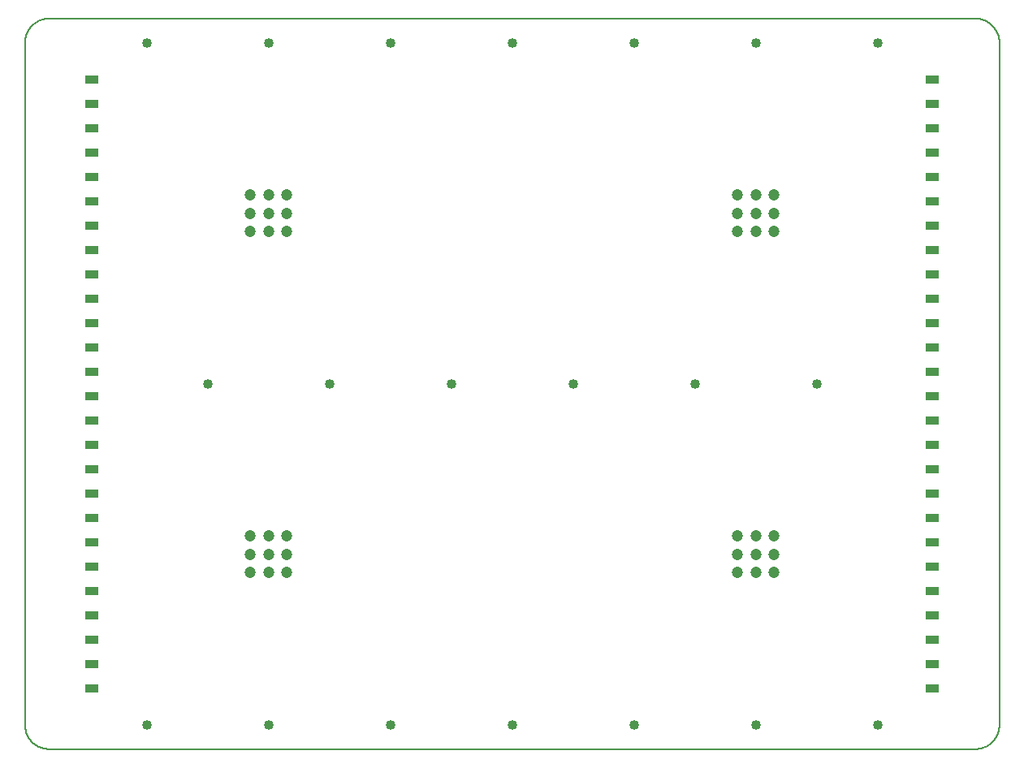
<source format=gts>
G75*
%MOIN*%
%OFA0B0*%
%FSLAX25Y25*%
%IPPOS*%
%LPD*%
%AMOC8*
5,1,8,0,0,1.08239X$1,22.5*
%
%ADD10C,0.00500*%
%ADD11R,0.05800X0.03300*%
%ADD12C,0.03981*%
%ADD13C,0.04737*%
D10*
X0015000Y0005000D02*
X0395000Y0005000D01*
X0395242Y0005003D01*
X0395483Y0005012D01*
X0395724Y0005026D01*
X0395965Y0005047D01*
X0396205Y0005073D01*
X0396445Y0005105D01*
X0396684Y0005143D01*
X0396921Y0005186D01*
X0397158Y0005236D01*
X0397393Y0005291D01*
X0397627Y0005351D01*
X0397859Y0005418D01*
X0398090Y0005489D01*
X0398319Y0005567D01*
X0398546Y0005650D01*
X0398771Y0005738D01*
X0398994Y0005832D01*
X0399214Y0005931D01*
X0399432Y0006036D01*
X0399647Y0006145D01*
X0399860Y0006260D01*
X0400070Y0006380D01*
X0400276Y0006505D01*
X0400480Y0006635D01*
X0400681Y0006770D01*
X0400878Y0006910D01*
X0401072Y0007054D01*
X0401262Y0007203D01*
X0401448Y0007357D01*
X0401631Y0007515D01*
X0401810Y0007677D01*
X0401985Y0007844D01*
X0402156Y0008015D01*
X0402323Y0008190D01*
X0402485Y0008369D01*
X0402643Y0008552D01*
X0402797Y0008738D01*
X0402946Y0008928D01*
X0403090Y0009122D01*
X0403230Y0009319D01*
X0403365Y0009520D01*
X0403495Y0009724D01*
X0403620Y0009930D01*
X0403740Y0010140D01*
X0403855Y0010353D01*
X0403964Y0010568D01*
X0404069Y0010786D01*
X0404168Y0011006D01*
X0404262Y0011229D01*
X0404350Y0011454D01*
X0404433Y0011681D01*
X0404511Y0011910D01*
X0404582Y0012141D01*
X0404649Y0012373D01*
X0404709Y0012607D01*
X0404764Y0012842D01*
X0404814Y0013079D01*
X0404857Y0013316D01*
X0404895Y0013555D01*
X0404927Y0013795D01*
X0404953Y0014035D01*
X0404974Y0014276D01*
X0404988Y0014517D01*
X0404997Y0014758D01*
X0405000Y0015000D01*
X0405000Y0295000D01*
X0404997Y0295242D01*
X0404988Y0295483D01*
X0404974Y0295724D01*
X0404953Y0295965D01*
X0404927Y0296205D01*
X0404895Y0296445D01*
X0404857Y0296684D01*
X0404814Y0296921D01*
X0404764Y0297158D01*
X0404709Y0297393D01*
X0404649Y0297627D01*
X0404582Y0297859D01*
X0404511Y0298090D01*
X0404433Y0298319D01*
X0404350Y0298546D01*
X0404262Y0298771D01*
X0404168Y0298994D01*
X0404069Y0299214D01*
X0403964Y0299432D01*
X0403855Y0299647D01*
X0403740Y0299860D01*
X0403620Y0300070D01*
X0403495Y0300276D01*
X0403365Y0300480D01*
X0403230Y0300681D01*
X0403090Y0300878D01*
X0402946Y0301072D01*
X0402797Y0301262D01*
X0402643Y0301448D01*
X0402485Y0301631D01*
X0402323Y0301810D01*
X0402156Y0301985D01*
X0401985Y0302156D01*
X0401810Y0302323D01*
X0401631Y0302485D01*
X0401448Y0302643D01*
X0401262Y0302797D01*
X0401072Y0302946D01*
X0400878Y0303090D01*
X0400681Y0303230D01*
X0400480Y0303365D01*
X0400276Y0303495D01*
X0400070Y0303620D01*
X0399860Y0303740D01*
X0399647Y0303855D01*
X0399432Y0303964D01*
X0399214Y0304069D01*
X0398994Y0304168D01*
X0398771Y0304262D01*
X0398546Y0304350D01*
X0398319Y0304433D01*
X0398090Y0304511D01*
X0397859Y0304582D01*
X0397627Y0304649D01*
X0397393Y0304709D01*
X0397158Y0304764D01*
X0396921Y0304814D01*
X0396684Y0304857D01*
X0396445Y0304895D01*
X0396205Y0304927D01*
X0395965Y0304953D01*
X0395724Y0304974D01*
X0395483Y0304988D01*
X0395242Y0304997D01*
X0395000Y0305000D01*
X0015000Y0305000D01*
X0014758Y0304997D01*
X0014517Y0304988D01*
X0014276Y0304974D01*
X0014035Y0304953D01*
X0013795Y0304927D01*
X0013555Y0304895D01*
X0013316Y0304857D01*
X0013079Y0304814D01*
X0012842Y0304764D01*
X0012607Y0304709D01*
X0012373Y0304649D01*
X0012141Y0304582D01*
X0011910Y0304511D01*
X0011681Y0304433D01*
X0011454Y0304350D01*
X0011229Y0304262D01*
X0011006Y0304168D01*
X0010786Y0304069D01*
X0010568Y0303964D01*
X0010353Y0303855D01*
X0010140Y0303740D01*
X0009930Y0303620D01*
X0009724Y0303495D01*
X0009520Y0303365D01*
X0009319Y0303230D01*
X0009122Y0303090D01*
X0008928Y0302946D01*
X0008738Y0302797D01*
X0008552Y0302643D01*
X0008369Y0302485D01*
X0008190Y0302323D01*
X0008015Y0302156D01*
X0007844Y0301985D01*
X0007677Y0301810D01*
X0007515Y0301631D01*
X0007357Y0301448D01*
X0007203Y0301262D01*
X0007054Y0301072D01*
X0006910Y0300878D01*
X0006770Y0300681D01*
X0006635Y0300480D01*
X0006505Y0300276D01*
X0006380Y0300070D01*
X0006260Y0299860D01*
X0006145Y0299647D01*
X0006036Y0299432D01*
X0005931Y0299214D01*
X0005832Y0298994D01*
X0005738Y0298771D01*
X0005650Y0298546D01*
X0005567Y0298319D01*
X0005489Y0298090D01*
X0005418Y0297859D01*
X0005351Y0297627D01*
X0005291Y0297393D01*
X0005236Y0297158D01*
X0005186Y0296921D01*
X0005143Y0296684D01*
X0005105Y0296445D01*
X0005073Y0296205D01*
X0005047Y0295965D01*
X0005026Y0295724D01*
X0005012Y0295483D01*
X0005003Y0295242D01*
X0005000Y0295000D01*
X0005000Y0015000D01*
X0005003Y0014758D01*
X0005012Y0014517D01*
X0005026Y0014276D01*
X0005047Y0014035D01*
X0005073Y0013795D01*
X0005105Y0013555D01*
X0005143Y0013316D01*
X0005186Y0013079D01*
X0005236Y0012842D01*
X0005291Y0012607D01*
X0005351Y0012373D01*
X0005418Y0012141D01*
X0005489Y0011910D01*
X0005567Y0011681D01*
X0005650Y0011454D01*
X0005738Y0011229D01*
X0005832Y0011006D01*
X0005931Y0010786D01*
X0006036Y0010568D01*
X0006145Y0010353D01*
X0006260Y0010140D01*
X0006380Y0009930D01*
X0006505Y0009724D01*
X0006635Y0009520D01*
X0006770Y0009319D01*
X0006910Y0009122D01*
X0007054Y0008928D01*
X0007203Y0008738D01*
X0007357Y0008552D01*
X0007515Y0008369D01*
X0007677Y0008190D01*
X0007844Y0008015D01*
X0008015Y0007844D01*
X0008190Y0007677D01*
X0008369Y0007515D01*
X0008552Y0007357D01*
X0008738Y0007203D01*
X0008928Y0007054D01*
X0009122Y0006910D01*
X0009319Y0006770D01*
X0009520Y0006635D01*
X0009724Y0006505D01*
X0009930Y0006380D01*
X0010140Y0006260D01*
X0010353Y0006145D01*
X0010568Y0006036D01*
X0010786Y0005931D01*
X0011006Y0005832D01*
X0011229Y0005738D01*
X0011454Y0005650D01*
X0011681Y0005567D01*
X0011910Y0005489D01*
X0012141Y0005418D01*
X0012373Y0005351D01*
X0012607Y0005291D01*
X0012842Y0005236D01*
X0013079Y0005186D01*
X0013316Y0005143D01*
X0013555Y0005105D01*
X0013795Y0005073D01*
X0014035Y0005047D01*
X0014276Y0005026D01*
X0014517Y0005012D01*
X0014758Y0005003D01*
X0015000Y0005000D01*
D11*
X0032500Y0030000D03*
X0032500Y0040000D03*
X0032500Y0050000D03*
X0032500Y0060000D03*
X0032500Y0070000D03*
X0032500Y0080000D03*
X0032500Y0090000D03*
X0032500Y0100000D03*
X0032500Y0110000D03*
X0032500Y0120000D03*
X0032500Y0130000D03*
X0032500Y0140000D03*
X0032500Y0150000D03*
X0032500Y0160000D03*
X0032500Y0170000D03*
X0032500Y0180000D03*
X0032500Y0190000D03*
X0032500Y0200000D03*
X0032500Y0210000D03*
X0032500Y0220000D03*
X0032500Y0230000D03*
X0032500Y0240000D03*
X0032500Y0250000D03*
X0032500Y0260000D03*
X0032500Y0270000D03*
X0032500Y0280000D03*
X0377500Y0280000D03*
X0377500Y0270000D03*
X0377500Y0260000D03*
X0377500Y0250000D03*
X0377500Y0240000D03*
X0377500Y0230000D03*
X0377500Y0220000D03*
X0377500Y0210000D03*
X0377500Y0200000D03*
X0377500Y0190000D03*
X0377500Y0180000D03*
X0377500Y0170000D03*
X0377500Y0160000D03*
X0377500Y0150000D03*
X0377500Y0140000D03*
X0377500Y0130000D03*
X0377500Y0120000D03*
X0377500Y0110000D03*
X0377500Y0100000D03*
X0377500Y0090000D03*
X0377500Y0080000D03*
X0377500Y0070000D03*
X0377500Y0060000D03*
X0377500Y0050000D03*
X0377500Y0040000D03*
X0377500Y0030000D03*
D12*
X0355000Y0015000D03*
X0305000Y0015000D03*
X0255000Y0015000D03*
X0205000Y0015000D03*
X0155000Y0015000D03*
X0105000Y0015000D03*
X0055000Y0015000D03*
X0080000Y0155000D03*
X0130000Y0155000D03*
X0180000Y0155000D03*
X0230000Y0155000D03*
X0280000Y0155000D03*
X0330000Y0155000D03*
X0305000Y0295000D03*
X0355000Y0295000D03*
X0255000Y0295000D03*
X0205000Y0295000D03*
X0155000Y0295000D03*
X0105000Y0295000D03*
X0055000Y0295000D03*
D13*
X0097500Y0232500D03*
X0105000Y0232500D03*
X0105000Y0225000D03*
X0097500Y0225000D03*
X0097500Y0217500D03*
X0105000Y0217500D03*
X0112500Y0217500D03*
X0112500Y0225000D03*
X0112500Y0232500D03*
X0112500Y0092500D03*
X0105000Y0092500D03*
X0097500Y0092500D03*
X0097500Y0085000D03*
X0105000Y0085000D03*
X0105000Y0077500D03*
X0097500Y0077500D03*
X0112500Y0077500D03*
X0112500Y0085000D03*
X0297500Y0085000D03*
X0297500Y0077500D03*
X0305000Y0077500D03*
X0312500Y0077500D03*
X0312500Y0085000D03*
X0305000Y0085000D03*
X0305000Y0092500D03*
X0312500Y0092500D03*
X0297500Y0092500D03*
X0297500Y0217500D03*
X0297500Y0225000D03*
X0297500Y0232500D03*
X0305000Y0232500D03*
X0312500Y0232500D03*
X0312500Y0225000D03*
X0305000Y0225000D03*
X0305000Y0217500D03*
X0312500Y0217500D03*
M02*

</source>
